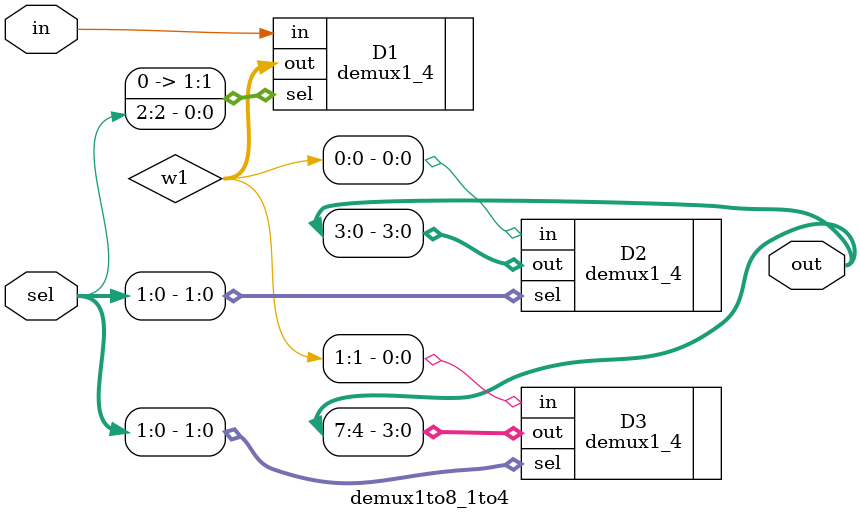
<source format=v>
module demux1to8_1to4 (in,sel,out);
input in;
input [2:0] sel;
output [7:0] out;
wire [3:0] w1;

demux1_4 D1(.in(in),.sel({1'b0,sel[2]}),.out(w1));
demux1_4 D2(.in(w1[0]),.sel({sel[1],sel[0]}),.out(out[3:0]));
demux1_4 D3(.in(w1[1]),.sel({sel[1],sel[0]}),.out(out[7:4]));


endmodule


</source>
